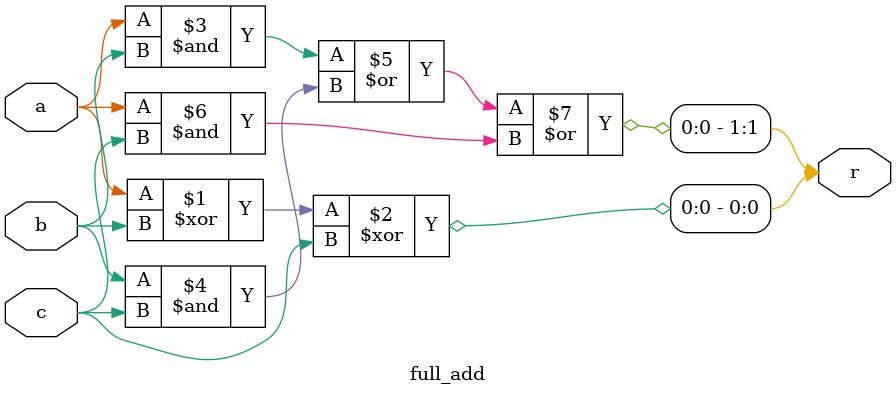
<source format=v>
`timescale 1ns / 1ps
module full_add(
    input a,
    input b,
    input c,
    output [1:0] r
    );
	
	assign r[0] = a ^ b ^ c;
	assign r[1] = a & b | b & c | a & c;

endmodule

</source>
